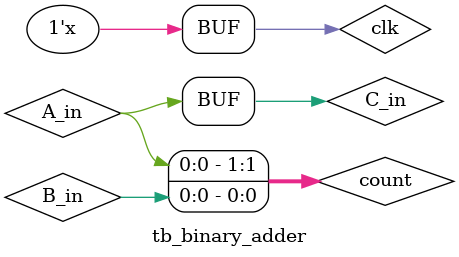
<source format=v>
`timescale 1ns / 1ps
module tb_binary_adder;

wire A_in, B_in, C_in, sum_FA;
wire cy_HA, cy_FA,  sum_HA;
reg clk;
reg [1:0] count;

Half_Adder dut_half_adder (.A_in(A_in), .B_in(B_in), .sum(sum_HA), .cy(cy_HA));
Full_Adder dut_full_adder (.A_in(A_in), .B_in(B_in), .C_in(C_in), .sum(sum_FA), .cy(cy_FA));

always@(posedge (clk))
begin
if (count <= 2'b11) count = count + 2'b01; else count = 2'b0;
end

always #5 clk = ~clk;

initial 
begin
clk = 0;
count = 0;
end

assign A_in = count[1];
assign B_in = count[0];
assign C_in = count[1];
endmodule

</source>
